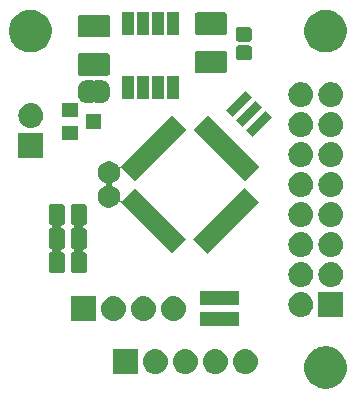
<source format=gbs>
G04 #@! TF.GenerationSoftware,KiCad,Pcbnew,5.0.2+dfsg1-1*
G04 #@! TF.CreationDate,2019-02-22T20:57:12+02:00*
G04 #@! TF.ProjectId,e3634a_oled,65333633-3461-45f6-9f6c-65642e6b6963,A*
G04 #@! TF.SameCoordinates,Original*
G04 #@! TF.FileFunction,Soldermask,Bot*
G04 #@! TF.FilePolarity,Negative*
%FSLAX46Y46*%
G04 Gerber Fmt 4.6, Leading zero omitted, Abs format (unit mm)*
G04 Created by KiCad (PCBNEW 5.0.2+dfsg1-1) date Fri 22 Feb 2019 08:57:12 PM EET*
%MOMM*%
%LPD*%
G01*
G04 APERTURE LIST*
%ADD10C,0.100000*%
G04 APERTURE END LIST*
D10*
G36*
X77909122Y-69246115D02*
X78025041Y-69269173D01*
X78352620Y-69404861D01*
X78390243Y-69430000D01*
X78647436Y-69601851D01*
X78898149Y-69852564D01*
X78898151Y-69852567D01*
X79095139Y-70147380D01*
X79230827Y-70474959D01*
X79300000Y-70822716D01*
X79300000Y-71177284D01*
X79232863Y-71514807D01*
X79230827Y-71525040D01*
X79095140Y-71852618D01*
X78898149Y-72147436D01*
X78647436Y-72398149D01*
X78647433Y-72398151D01*
X78352620Y-72595139D01*
X78025041Y-72730827D01*
X77909122Y-72753885D01*
X77677286Y-72800000D01*
X77322714Y-72800000D01*
X77090878Y-72753885D01*
X76974959Y-72730827D01*
X76647380Y-72595139D01*
X76352567Y-72398151D01*
X76352564Y-72398149D01*
X76101851Y-72147436D01*
X75904860Y-71852618D01*
X75769173Y-71525040D01*
X75767138Y-71514807D01*
X75700000Y-71177284D01*
X75700000Y-70822716D01*
X75769173Y-70474959D01*
X75904861Y-70147380D01*
X76101849Y-69852567D01*
X76101851Y-69852564D01*
X76352564Y-69601851D01*
X76609757Y-69430000D01*
X76647380Y-69404861D01*
X76974959Y-69269173D01*
X77090878Y-69246115D01*
X77322714Y-69200000D01*
X77677286Y-69200000D01*
X77909122Y-69246115D01*
X77909122Y-69246115D01*
G37*
G36*
X70829707Y-69437597D02*
X70906836Y-69445193D01*
X71038787Y-69485220D01*
X71104763Y-69505233D01*
X71287172Y-69602733D01*
X71447054Y-69733946D01*
X71578267Y-69893828D01*
X71675767Y-70076237D01*
X71675767Y-70076238D01*
X71735807Y-70274164D01*
X71756080Y-70480000D01*
X71735807Y-70685836D01*
X71695780Y-70817787D01*
X71675767Y-70883763D01*
X71578267Y-71066172D01*
X71447054Y-71226054D01*
X71287172Y-71357267D01*
X71104763Y-71454767D01*
X71038787Y-71474780D01*
X70906836Y-71514807D01*
X70829707Y-71522404D01*
X70752580Y-71530000D01*
X70649420Y-71530000D01*
X70572293Y-71522404D01*
X70495164Y-71514807D01*
X70363213Y-71474780D01*
X70297237Y-71454767D01*
X70114828Y-71357267D01*
X69954946Y-71226054D01*
X69823733Y-71066172D01*
X69726233Y-70883763D01*
X69706220Y-70817787D01*
X69666193Y-70685836D01*
X69645920Y-70480000D01*
X69666193Y-70274164D01*
X69726233Y-70076238D01*
X69726233Y-70076237D01*
X69823733Y-69893828D01*
X69954946Y-69733946D01*
X70114828Y-69602733D01*
X70297237Y-69505233D01*
X70363213Y-69485220D01*
X70495164Y-69445193D01*
X70572293Y-69437597D01*
X70649420Y-69430000D01*
X70752580Y-69430000D01*
X70829707Y-69437597D01*
X70829707Y-69437597D01*
G37*
G36*
X61591000Y-71530000D02*
X59491000Y-71530000D01*
X59491000Y-69430000D01*
X61591000Y-69430000D01*
X61591000Y-71530000D01*
X61591000Y-71530000D01*
G37*
G36*
X63209707Y-69437597D02*
X63286836Y-69445193D01*
X63418787Y-69485220D01*
X63484763Y-69505233D01*
X63667172Y-69602733D01*
X63827054Y-69733946D01*
X63958267Y-69893828D01*
X64055767Y-70076237D01*
X64055767Y-70076238D01*
X64115807Y-70274164D01*
X64136080Y-70480000D01*
X64115807Y-70685836D01*
X64075780Y-70817787D01*
X64055767Y-70883763D01*
X63958267Y-71066172D01*
X63827054Y-71226054D01*
X63667172Y-71357267D01*
X63484763Y-71454767D01*
X63418787Y-71474780D01*
X63286836Y-71514807D01*
X63209707Y-71522404D01*
X63132580Y-71530000D01*
X63029420Y-71530000D01*
X62952293Y-71522404D01*
X62875164Y-71514807D01*
X62743213Y-71474780D01*
X62677237Y-71454767D01*
X62494828Y-71357267D01*
X62334946Y-71226054D01*
X62203733Y-71066172D01*
X62106233Y-70883763D01*
X62086220Y-70817787D01*
X62046193Y-70685836D01*
X62025920Y-70480000D01*
X62046193Y-70274164D01*
X62106233Y-70076238D01*
X62106233Y-70076237D01*
X62203733Y-69893828D01*
X62334946Y-69733946D01*
X62494828Y-69602733D01*
X62677237Y-69505233D01*
X62743213Y-69485220D01*
X62875164Y-69445193D01*
X62952293Y-69437597D01*
X63029420Y-69430000D01*
X63132580Y-69430000D01*
X63209707Y-69437597D01*
X63209707Y-69437597D01*
G37*
G36*
X68289707Y-69437597D02*
X68366836Y-69445193D01*
X68498787Y-69485220D01*
X68564763Y-69505233D01*
X68747172Y-69602733D01*
X68907054Y-69733946D01*
X69038267Y-69893828D01*
X69135767Y-70076237D01*
X69135767Y-70076238D01*
X69195807Y-70274164D01*
X69216080Y-70480000D01*
X69195807Y-70685836D01*
X69155780Y-70817787D01*
X69135767Y-70883763D01*
X69038267Y-71066172D01*
X68907054Y-71226054D01*
X68747172Y-71357267D01*
X68564763Y-71454767D01*
X68498787Y-71474780D01*
X68366836Y-71514807D01*
X68289707Y-71522404D01*
X68212580Y-71530000D01*
X68109420Y-71530000D01*
X68032293Y-71522404D01*
X67955164Y-71514807D01*
X67823213Y-71474780D01*
X67757237Y-71454767D01*
X67574828Y-71357267D01*
X67414946Y-71226054D01*
X67283733Y-71066172D01*
X67186233Y-70883763D01*
X67166220Y-70817787D01*
X67126193Y-70685836D01*
X67105920Y-70480000D01*
X67126193Y-70274164D01*
X67186233Y-70076238D01*
X67186233Y-70076237D01*
X67283733Y-69893828D01*
X67414946Y-69733946D01*
X67574828Y-69602733D01*
X67757237Y-69505233D01*
X67823213Y-69485220D01*
X67955164Y-69445193D01*
X68032293Y-69437597D01*
X68109420Y-69430000D01*
X68212580Y-69430000D01*
X68289707Y-69437597D01*
X68289707Y-69437597D01*
G37*
G36*
X65749707Y-69437597D02*
X65826836Y-69445193D01*
X65958787Y-69485220D01*
X66024763Y-69505233D01*
X66207172Y-69602733D01*
X66367054Y-69733946D01*
X66498267Y-69893828D01*
X66595767Y-70076237D01*
X66595767Y-70076238D01*
X66655807Y-70274164D01*
X66676080Y-70480000D01*
X66655807Y-70685836D01*
X66615780Y-70817787D01*
X66595767Y-70883763D01*
X66498267Y-71066172D01*
X66367054Y-71226054D01*
X66207172Y-71357267D01*
X66024763Y-71454767D01*
X65958787Y-71474780D01*
X65826836Y-71514807D01*
X65749707Y-71522404D01*
X65672580Y-71530000D01*
X65569420Y-71530000D01*
X65492293Y-71522404D01*
X65415164Y-71514807D01*
X65283213Y-71474780D01*
X65217237Y-71454767D01*
X65034828Y-71357267D01*
X64874946Y-71226054D01*
X64743733Y-71066172D01*
X64646233Y-70883763D01*
X64626220Y-70817787D01*
X64586193Y-70685836D01*
X64565920Y-70480000D01*
X64586193Y-70274164D01*
X64646233Y-70076238D01*
X64646233Y-70076237D01*
X64743733Y-69893828D01*
X64874946Y-69733946D01*
X65034828Y-69602733D01*
X65217237Y-69505233D01*
X65283213Y-69485220D01*
X65415164Y-69445193D01*
X65492293Y-69437597D01*
X65569420Y-69430000D01*
X65672580Y-69430000D01*
X65749707Y-69437597D01*
X65749707Y-69437597D01*
G37*
G36*
X70150000Y-67500000D02*
X66850000Y-67500000D01*
X66850000Y-66300000D01*
X70150000Y-66300000D01*
X70150000Y-67500000D01*
X70150000Y-67500000D01*
G37*
G36*
X62208707Y-64957596D02*
X62285836Y-64965193D01*
X62417787Y-65005220D01*
X62483763Y-65025233D01*
X62666172Y-65122733D01*
X62826054Y-65253946D01*
X62957267Y-65413828D01*
X63054767Y-65596237D01*
X63054767Y-65596238D01*
X63114807Y-65794164D01*
X63135080Y-66000000D01*
X63114807Y-66205836D01*
X63104391Y-66240172D01*
X63054767Y-66403763D01*
X62957267Y-66586172D01*
X62826054Y-66746054D01*
X62666172Y-66877267D01*
X62483763Y-66974767D01*
X62417787Y-66994780D01*
X62285836Y-67034807D01*
X62208707Y-67042404D01*
X62131580Y-67050000D01*
X62028420Y-67050000D01*
X61951293Y-67042404D01*
X61874164Y-67034807D01*
X61742213Y-66994780D01*
X61676237Y-66974767D01*
X61493828Y-66877267D01*
X61333946Y-66746054D01*
X61202733Y-66586172D01*
X61105233Y-66403763D01*
X61055609Y-66240172D01*
X61045193Y-66205836D01*
X61024920Y-66000000D01*
X61045193Y-65794164D01*
X61105233Y-65596238D01*
X61105233Y-65596237D01*
X61202733Y-65413828D01*
X61333946Y-65253946D01*
X61493828Y-65122733D01*
X61676237Y-65025233D01*
X61742213Y-65005220D01*
X61874164Y-64965193D01*
X61951293Y-64957596D01*
X62028420Y-64950000D01*
X62131580Y-64950000D01*
X62208707Y-64957596D01*
X62208707Y-64957596D01*
G37*
G36*
X59668707Y-64957596D02*
X59745836Y-64965193D01*
X59877787Y-65005220D01*
X59943763Y-65025233D01*
X60126172Y-65122733D01*
X60286054Y-65253946D01*
X60417267Y-65413828D01*
X60514767Y-65596237D01*
X60514767Y-65596238D01*
X60574807Y-65794164D01*
X60595080Y-66000000D01*
X60574807Y-66205836D01*
X60564391Y-66240172D01*
X60514767Y-66403763D01*
X60417267Y-66586172D01*
X60286054Y-66746054D01*
X60126172Y-66877267D01*
X59943763Y-66974767D01*
X59877787Y-66994780D01*
X59745836Y-67034807D01*
X59668707Y-67042404D01*
X59591580Y-67050000D01*
X59488420Y-67050000D01*
X59411293Y-67042404D01*
X59334164Y-67034807D01*
X59202213Y-66994780D01*
X59136237Y-66974767D01*
X58953828Y-66877267D01*
X58793946Y-66746054D01*
X58662733Y-66586172D01*
X58565233Y-66403763D01*
X58515609Y-66240172D01*
X58505193Y-66205836D01*
X58484920Y-66000000D01*
X58505193Y-65794164D01*
X58565233Y-65596238D01*
X58565233Y-65596237D01*
X58662733Y-65413828D01*
X58793946Y-65253946D01*
X58953828Y-65122733D01*
X59136237Y-65025233D01*
X59202213Y-65005220D01*
X59334164Y-64965193D01*
X59411293Y-64957596D01*
X59488420Y-64950000D01*
X59591580Y-64950000D01*
X59668707Y-64957596D01*
X59668707Y-64957596D01*
G37*
G36*
X58050000Y-67050000D02*
X55950000Y-67050000D01*
X55950000Y-64950000D01*
X58050000Y-64950000D01*
X58050000Y-67050000D01*
X58050000Y-67050000D01*
G37*
G36*
X64748707Y-64957596D02*
X64825836Y-64965193D01*
X64957787Y-65005220D01*
X65023763Y-65025233D01*
X65206172Y-65122733D01*
X65366054Y-65253946D01*
X65497267Y-65413828D01*
X65594767Y-65596237D01*
X65594767Y-65596238D01*
X65654807Y-65794164D01*
X65675080Y-66000000D01*
X65654807Y-66205836D01*
X65644391Y-66240172D01*
X65594767Y-66403763D01*
X65497267Y-66586172D01*
X65366054Y-66746054D01*
X65206172Y-66877267D01*
X65023763Y-66974767D01*
X64957787Y-66994780D01*
X64825836Y-67034807D01*
X64748707Y-67042404D01*
X64671580Y-67050000D01*
X64568420Y-67050000D01*
X64491293Y-67042404D01*
X64414164Y-67034807D01*
X64282213Y-66994780D01*
X64216237Y-66974767D01*
X64033828Y-66877267D01*
X63873946Y-66746054D01*
X63742733Y-66586172D01*
X63645233Y-66403763D01*
X63595609Y-66240172D01*
X63585193Y-66205836D01*
X63564920Y-66000000D01*
X63585193Y-65794164D01*
X63645233Y-65596238D01*
X63645233Y-65596237D01*
X63742733Y-65413828D01*
X63873946Y-65253946D01*
X64033828Y-65122733D01*
X64216237Y-65025233D01*
X64282213Y-65005220D01*
X64414164Y-64965193D01*
X64491293Y-64957596D01*
X64568420Y-64950000D01*
X64671580Y-64950000D01*
X64748707Y-64957596D01*
X64748707Y-64957596D01*
G37*
G36*
X75528707Y-64611596D02*
X75605836Y-64619193D01*
X75737787Y-64659220D01*
X75803763Y-64679233D01*
X75986172Y-64776733D01*
X76146054Y-64907946D01*
X76277267Y-65067828D01*
X76374767Y-65250237D01*
X76374767Y-65250238D01*
X76434807Y-65448164D01*
X76455080Y-65654000D01*
X76434807Y-65859836D01*
X76394780Y-65991787D01*
X76374767Y-66057763D01*
X76277267Y-66240172D01*
X76146054Y-66400054D01*
X75986172Y-66531267D01*
X75803763Y-66628767D01*
X75737787Y-66648780D01*
X75605836Y-66688807D01*
X75528707Y-66696404D01*
X75451580Y-66704000D01*
X75348420Y-66704000D01*
X75271293Y-66696404D01*
X75194164Y-66688807D01*
X75062213Y-66648780D01*
X74996237Y-66628767D01*
X74813828Y-66531267D01*
X74653946Y-66400054D01*
X74522733Y-66240172D01*
X74425233Y-66057763D01*
X74405220Y-65991787D01*
X74365193Y-65859836D01*
X74344920Y-65654000D01*
X74365193Y-65448164D01*
X74425233Y-65250238D01*
X74425233Y-65250237D01*
X74522733Y-65067828D01*
X74653946Y-64907946D01*
X74813828Y-64776733D01*
X74996237Y-64679233D01*
X75062213Y-64659220D01*
X75194164Y-64619193D01*
X75271293Y-64611596D01*
X75348420Y-64604000D01*
X75451580Y-64604000D01*
X75528707Y-64611596D01*
X75528707Y-64611596D01*
G37*
G36*
X78990000Y-66704000D02*
X76890000Y-66704000D01*
X76890000Y-64604000D01*
X78990000Y-64604000D01*
X78990000Y-66704000D01*
X78990000Y-66704000D01*
G37*
G36*
X70150000Y-65700000D02*
X66850000Y-65700000D01*
X66850000Y-64500000D01*
X70150000Y-64500000D01*
X70150000Y-65700000D01*
X70150000Y-65700000D01*
G37*
G36*
X78068707Y-62071596D02*
X78145836Y-62079193D01*
X78277787Y-62119220D01*
X78343763Y-62139233D01*
X78526172Y-62236733D01*
X78686054Y-62367946D01*
X78817267Y-62527828D01*
X78914767Y-62710237D01*
X78933350Y-62771497D01*
X78974807Y-62908164D01*
X78995080Y-63114000D01*
X78974807Y-63319836D01*
X78934780Y-63451787D01*
X78914767Y-63517763D01*
X78817267Y-63700172D01*
X78686054Y-63860054D01*
X78526172Y-63991267D01*
X78343763Y-64088767D01*
X78277787Y-64108780D01*
X78145836Y-64148807D01*
X78068707Y-64156404D01*
X77991580Y-64164000D01*
X77888420Y-64164000D01*
X77811293Y-64156404D01*
X77734164Y-64148807D01*
X77602213Y-64108780D01*
X77536237Y-64088767D01*
X77353828Y-63991267D01*
X77193946Y-63860054D01*
X77062733Y-63700172D01*
X76965233Y-63517763D01*
X76945220Y-63451787D01*
X76905193Y-63319836D01*
X76884920Y-63114000D01*
X76905193Y-62908164D01*
X76946650Y-62771497D01*
X76965233Y-62710237D01*
X77062733Y-62527828D01*
X77193946Y-62367946D01*
X77353828Y-62236733D01*
X77536237Y-62139233D01*
X77602213Y-62119220D01*
X77734164Y-62079193D01*
X77811293Y-62071596D01*
X77888420Y-62064000D01*
X77991580Y-62064000D01*
X78068707Y-62071596D01*
X78068707Y-62071596D01*
G37*
G36*
X75528707Y-62071596D02*
X75605836Y-62079193D01*
X75737787Y-62119220D01*
X75803763Y-62139233D01*
X75986172Y-62236733D01*
X76146054Y-62367946D01*
X76277267Y-62527828D01*
X76374767Y-62710237D01*
X76393350Y-62771497D01*
X76434807Y-62908164D01*
X76455080Y-63114000D01*
X76434807Y-63319836D01*
X76394780Y-63451787D01*
X76374767Y-63517763D01*
X76277267Y-63700172D01*
X76146054Y-63860054D01*
X75986172Y-63991267D01*
X75803763Y-64088767D01*
X75737787Y-64108780D01*
X75605836Y-64148807D01*
X75528707Y-64156404D01*
X75451580Y-64164000D01*
X75348420Y-64164000D01*
X75271293Y-64156404D01*
X75194164Y-64148807D01*
X75062213Y-64108780D01*
X74996237Y-64088767D01*
X74813828Y-63991267D01*
X74653946Y-63860054D01*
X74522733Y-63700172D01*
X74425233Y-63517763D01*
X74405220Y-63451787D01*
X74365193Y-63319836D01*
X74344920Y-63114000D01*
X74365193Y-62908164D01*
X74406650Y-62771497D01*
X74425233Y-62710237D01*
X74522733Y-62527828D01*
X74653946Y-62367946D01*
X74813828Y-62236733D01*
X74996237Y-62139233D01*
X75062213Y-62119220D01*
X75194164Y-62079193D01*
X75271293Y-62071596D01*
X75348420Y-62064000D01*
X75451580Y-62064000D01*
X75528707Y-62071596D01*
X75528707Y-62071596D01*
G37*
G36*
X57064997Y-57139997D02*
X57117653Y-57155970D01*
X57166165Y-57181900D01*
X57208696Y-57216804D01*
X57243600Y-57259335D01*
X57269530Y-57307847D01*
X57285503Y-57360503D01*
X57291500Y-57421390D01*
X57291500Y-58646610D01*
X57285503Y-58707497D01*
X57269530Y-58760153D01*
X57243600Y-58808665D01*
X57208696Y-58851196D01*
X57166165Y-58886100D01*
X57117652Y-58912031D01*
X57057156Y-58930382D01*
X57034517Y-58939760D01*
X57014142Y-58953374D01*
X56996815Y-58970701D01*
X56983201Y-58991075D01*
X56973823Y-59013714D01*
X56969043Y-59037748D01*
X56969043Y-59062252D01*
X56973823Y-59086285D01*
X56983201Y-59108924D01*
X56996815Y-59129299D01*
X57014142Y-59146626D01*
X57034516Y-59160240D01*
X57057156Y-59169618D01*
X57117652Y-59187969D01*
X57166165Y-59213900D01*
X57208696Y-59248804D01*
X57243600Y-59291335D01*
X57269530Y-59339847D01*
X57285503Y-59392503D01*
X57291500Y-59453390D01*
X57291500Y-60678610D01*
X57285503Y-60739497D01*
X57269530Y-60792153D01*
X57243600Y-60840665D01*
X57208696Y-60883196D01*
X57166165Y-60918100D01*
X57117652Y-60944031D01*
X57057156Y-60962382D01*
X57034517Y-60971760D01*
X57014142Y-60985374D01*
X56996815Y-61002701D01*
X56983201Y-61023075D01*
X56973823Y-61045714D01*
X56969043Y-61069748D01*
X56969043Y-61094252D01*
X56973823Y-61118285D01*
X56983201Y-61140924D01*
X56996815Y-61161299D01*
X57014142Y-61178626D01*
X57034516Y-61192240D01*
X57057156Y-61201618D01*
X57117652Y-61219969D01*
X57166165Y-61245900D01*
X57208696Y-61280804D01*
X57243600Y-61323335D01*
X57269530Y-61371847D01*
X57285503Y-61424503D01*
X57291500Y-61485390D01*
X57291500Y-62710610D01*
X57285503Y-62771497D01*
X57269530Y-62824153D01*
X57243600Y-62872665D01*
X57208696Y-62915196D01*
X57166165Y-62950100D01*
X57117653Y-62976030D01*
X57064997Y-62992003D01*
X57004110Y-62998000D01*
X56203890Y-62998000D01*
X56143003Y-62992003D01*
X56090347Y-62976030D01*
X56041835Y-62950100D01*
X55999304Y-62915196D01*
X55964400Y-62872665D01*
X55938470Y-62824153D01*
X55922497Y-62771497D01*
X55916500Y-62710610D01*
X55916500Y-61485390D01*
X55922497Y-61424503D01*
X55938470Y-61371847D01*
X55964400Y-61323335D01*
X55999304Y-61280804D01*
X56041835Y-61245900D01*
X56090348Y-61219969D01*
X56150844Y-61201618D01*
X56173483Y-61192240D01*
X56193858Y-61178626D01*
X56211185Y-61161299D01*
X56224799Y-61140925D01*
X56234177Y-61118286D01*
X56238957Y-61094252D01*
X56238957Y-61069748D01*
X56234177Y-61045715D01*
X56224799Y-61023076D01*
X56211185Y-61002701D01*
X56193858Y-60985374D01*
X56173484Y-60971760D01*
X56150844Y-60962382D01*
X56090348Y-60944031D01*
X56041835Y-60918100D01*
X55999304Y-60883196D01*
X55964400Y-60840665D01*
X55938470Y-60792153D01*
X55922497Y-60739497D01*
X55916500Y-60678610D01*
X55916500Y-59453390D01*
X55922497Y-59392503D01*
X55938470Y-59339847D01*
X55964400Y-59291335D01*
X55999304Y-59248804D01*
X56041835Y-59213900D01*
X56090348Y-59187969D01*
X56150844Y-59169618D01*
X56173483Y-59160240D01*
X56193858Y-59146626D01*
X56211185Y-59129299D01*
X56224799Y-59108925D01*
X56234177Y-59086286D01*
X56238957Y-59062252D01*
X56238957Y-59037748D01*
X56234177Y-59013715D01*
X56224799Y-58991076D01*
X56211185Y-58970701D01*
X56193858Y-58953374D01*
X56173484Y-58939760D01*
X56150844Y-58930382D01*
X56090348Y-58912031D01*
X56041835Y-58886100D01*
X55999304Y-58851196D01*
X55964400Y-58808665D01*
X55938470Y-58760153D01*
X55922497Y-58707497D01*
X55916500Y-58646610D01*
X55916500Y-57421390D01*
X55922497Y-57360503D01*
X55938470Y-57307847D01*
X55964400Y-57259335D01*
X55999304Y-57216804D01*
X56041835Y-57181900D01*
X56090347Y-57155970D01*
X56143003Y-57139997D01*
X56203890Y-57134000D01*
X57004110Y-57134000D01*
X57064997Y-57139997D01*
X57064997Y-57139997D01*
G37*
G36*
X55189997Y-57139997D02*
X55242653Y-57155970D01*
X55291165Y-57181900D01*
X55333696Y-57216804D01*
X55368600Y-57259335D01*
X55394530Y-57307847D01*
X55410503Y-57360503D01*
X55416500Y-57421390D01*
X55416500Y-58646610D01*
X55410503Y-58707497D01*
X55394530Y-58760153D01*
X55368600Y-58808665D01*
X55333696Y-58851196D01*
X55291165Y-58886100D01*
X55242652Y-58912031D01*
X55182155Y-58930382D01*
X55159516Y-58939760D01*
X55139141Y-58953373D01*
X55121814Y-58970700D01*
X55108200Y-58991075D01*
X55098823Y-59013714D01*
X55094042Y-59037747D01*
X55094042Y-59062252D01*
X55098822Y-59086285D01*
X55108200Y-59108924D01*
X55121813Y-59129299D01*
X55139140Y-59146626D01*
X55159515Y-59160240D01*
X55182154Y-59169617D01*
X55242646Y-59187967D01*
X55291163Y-59213900D01*
X55333694Y-59248804D01*
X55368598Y-59291335D01*
X55394528Y-59339847D01*
X55410501Y-59392503D01*
X55416498Y-59453390D01*
X55416498Y-60678610D01*
X55410501Y-60739497D01*
X55394528Y-60792153D01*
X55368598Y-60840665D01*
X55333694Y-60883196D01*
X55291163Y-60918100D01*
X55242646Y-60944033D01*
X55182154Y-60962383D01*
X55159515Y-60971760D01*
X55139141Y-60985374D01*
X55121813Y-61002701D01*
X55108200Y-61023076D01*
X55098822Y-61045715D01*
X55094042Y-61069748D01*
X55094042Y-61094252D01*
X55098823Y-61118286D01*
X55108200Y-61140925D01*
X55121814Y-61161299D01*
X55139141Y-61178627D01*
X55159516Y-61192240D01*
X55182155Y-61201618D01*
X55242652Y-61219969D01*
X55291165Y-61245900D01*
X55333696Y-61280804D01*
X55368600Y-61323335D01*
X55394530Y-61371847D01*
X55410503Y-61424503D01*
X55416500Y-61485390D01*
X55416500Y-62710610D01*
X55410503Y-62771497D01*
X55394530Y-62824153D01*
X55368600Y-62872665D01*
X55333696Y-62915196D01*
X55291165Y-62950100D01*
X55242653Y-62976030D01*
X55189997Y-62992003D01*
X55129110Y-62998000D01*
X54328890Y-62998000D01*
X54268003Y-62992003D01*
X54215347Y-62976030D01*
X54166835Y-62950100D01*
X54124304Y-62915196D01*
X54089400Y-62872665D01*
X54063470Y-62824153D01*
X54047497Y-62771497D01*
X54041500Y-62710610D01*
X54041500Y-61485390D01*
X54047497Y-61424503D01*
X54063470Y-61371847D01*
X54089400Y-61323335D01*
X54124304Y-61280804D01*
X54166835Y-61245900D01*
X54215352Y-61219967D01*
X54275844Y-61201617D01*
X54298483Y-61192240D01*
X54318857Y-61178626D01*
X54336185Y-61161299D01*
X54349798Y-61140924D01*
X54359176Y-61118285D01*
X54363956Y-61094252D01*
X54363956Y-61069748D01*
X54359175Y-61045714D01*
X54349798Y-61023075D01*
X54336184Y-61002701D01*
X54318857Y-60985373D01*
X54298482Y-60971760D01*
X54275843Y-60962382D01*
X54215346Y-60944031D01*
X54166833Y-60918100D01*
X54124302Y-60883196D01*
X54089398Y-60840665D01*
X54063468Y-60792153D01*
X54047495Y-60739497D01*
X54041498Y-60678610D01*
X54041498Y-59453390D01*
X54047495Y-59392503D01*
X54063468Y-59339847D01*
X54089398Y-59291335D01*
X54124302Y-59248804D01*
X54166833Y-59213900D01*
X54215346Y-59187969D01*
X54275843Y-59169618D01*
X54298482Y-59160240D01*
X54318857Y-59146627D01*
X54336184Y-59129300D01*
X54349798Y-59108925D01*
X54359175Y-59086286D01*
X54363956Y-59062253D01*
X54363956Y-59037748D01*
X54359176Y-59013715D01*
X54349798Y-58991076D01*
X54336185Y-58970701D01*
X54318858Y-58953374D01*
X54298483Y-58939760D01*
X54275844Y-58930383D01*
X54215352Y-58912033D01*
X54166835Y-58886100D01*
X54124304Y-58851196D01*
X54089400Y-58808665D01*
X54063470Y-58760153D01*
X54047497Y-58707497D01*
X54041500Y-58646610D01*
X54041500Y-57421390D01*
X54047497Y-57360503D01*
X54063470Y-57307847D01*
X54089400Y-57259335D01*
X54124304Y-57216804D01*
X54166835Y-57181900D01*
X54215347Y-57155970D01*
X54268003Y-57139997D01*
X54328890Y-57134000D01*
X55129110Y-57134000D01*
X55189997Y-57139997D01*
X55189997Y-57139997D01*
G37*
G36*
X78068707Y-59531596D02*
X78145836Y-59539193D01*
X78277787Y-59579220D01*
X78343763Y-59599233D01*
X78526172Y-59696733D01*
X78686054Y-59827946D01*
X78817267Y-59987828D01*
X78914767Y-60170237D01*
X78914767Y-60170238D01*
X78974807Y-60368164D01*
X78995080Y-60574000D01*
X78974807Y-60779836D01*
X78948876Y-60865318D01*
X78914767Y-60977763D01*
X78817267Y-61160172D01*
X78686054Y-61320054D01*
X78526172Y-61451267D01*
X78343763Y-61548767D01*
X78277787Y-61568780D01*
X78145836Y-61608807D01*
X78068707Y-61616404D01*
X77991580Y-61624000D01*
X77888420Y-61624000D01*
X77811293Y-61616404D01*
X77734164Y-61608807D01*
X77602213Y-61568780D01*
X77536237Y-61548767D01*
X77353828Y-61451267D01*
X77193946Y-61320054D01*
X77062733Y-61160172D01*
X76965233Y-60977763D01*
X76931124Y-60865318D01*
X76905193Y-60779836D01*
X76884920Y-60574000D01*
X76905193Y-60368164D01*
X76965233Y-60170238D01*
X76965233Y-60170237D01*
X77062733Y-59987828D01*
X77193946Y-59827946D01*
X77353828Y-59696733D01*
X77536237Y-59599233D01*
X77602213Y-59579220D01*
X77734164Y-59539193D01*
X77811293Y-59531596D01*
X77888420Y-59524000D01*
X77991580Y-59524000D01*
X78068707Y-59531596D01*
X78068707Y-59531596D01*
G37*
G36*
X75528707Y-59531596D02*
X75605836Y-59539193D01*
X75737787Y-59579220D01*
X75803763Y-59599233D01*
X75986172Y-59696733D01*
X76146054Y-59827946D01*
X76277267Y-59987828D01*
X76374767Y-60170237D01*
X76374767Y-60170238D01*
X76434807Y-60368164D01*
X76455080Y-60574000D01*
X76434807Y-60779836D01*
X76408876Y-60865318D01*
X76374767Y-60977763D01*
X76277267Y-61160172D01*
X76146054Y-61320054D01*
X75986172Y-61451267D01*
X75803763Y-61548767D01*
X75737787Y-61568780D01*
X75605836Y-61608807D01*
X75528707Y-61616404D01*
X75451580Y-61624000D01*
X75348420Y-61624000D01*
X75271293Y-61616404D01*
X75194164Y-61608807D01*
X75062213Y-61568780D01*
X74996237Y-61548767D01*
X74813828Y-61451267D01*
X74653946Y-61320054D01*
X74522733Y-61160172D01*
X74425233Y-60977763D01*
X74391124Y-60865318D01*
X74365193Y-60779836D01*
X74344920Y-60574000D01*
X74365193Y-60368164D01*
X74425233Y-60170238D01*
X74425233Y-60170237D01*
X74522733Y-59987828D01*
X74653946Y-59827946D01*
X74813828Y-59696733D01*
X74996237Y-59599233D01*
X75062213Y-59579220D01*
X75194164Y-59539193D01*
X75271293Y-59531596D01*
X75348420Y-59524000D01*
X75451580Y-59524000D01*
X75528707Y-59531596D01*
X75528707Y-59531596D01*
G37*
G36*
X71851309Y-57002602D02*
X67502602Y-61351309D01*
X66300520Y-60149227D01*
X70649227Y-55800520D01*
X71851309Y-57002602D01*
X71851309Y-57002602D01*
G37*
G36*
X65699480Y-50850773D02*
X61350773Y-55199480D01*
X60275695Y-54124402D01*
X60256753Y-54108856D01*
X60235142Y-54097305D01*
X60211693Y-54090192D01*
X60187307Y-54087790D01*
X60162921Y-54090192D01*
X60139472Y-54097305D01*
X60117861Y-54108856D01*
X60098919Y-54124402D01*
X60083373Y-54143344D01*
X60071822Y-54164955D01*
X60064709Y-54188404D01*
X60062307Y-54212790D01*
X60064709Y-54237176D01*
X60094000Y-54384433D01*
X60094000Y-54571567D01*
X60057492Y-54755105D01*
X59985879Y-54927994D01*
X59881913Y-55083590D01*
X59749590Y-55215913D01*
X59593994Y-55319879D01*
X59452424Y-55378519D01*
X59430822Y-55390066D01*
X59411880Y-55405612D01*
X59396334Y-55424554D01*
X59384783Y-55446165D01*
X59377670Y-55469614D01*
X59375268Y-55494000D01*
X59377670Y-55518386D01*
X59384783Y-55541836D01*
X59396334Y-55563446D01*
X59411880Y-55582388D01*
X59430822Y-55597934D01*
X59452424Y-55609481D01*
X59593994Y-55668121D01*
X59749590Y-55772087D01*
X59881913Y-55904410D01*
X59985879Y-56060006D01*
X60057492Y-56232895D01*
X60062911Y-56260140D01*
X60094000Y-56416432D01*
X60094000Y-56603568D01*
X60061729Y-56765804D01*
X60059327Y-56790190D01*
X60061729Y-56814576D01*
X60068842Y-56838025D01*
X60080393Y-56859636D01*
X60095939Y-56878578D01*
X60114881Y-56894124D01*
X60136491Y-56905675D01*
X60159941Y-56912788D01*
X60184327Y-56915190D01*
X60208713Y-56912788D01*
X60232162Y-56905675D01*
X60253773Y-56894124D01*
X60272715Y-56878578D01*
X61350773Y-55800520D01*
X65699480Y-60149227D01*
X64497398Y-61351309D01*
X60141727Y-56995638D01*
X60122785Y-56980092D01*
X60101174Y-56968541D01*
X60077725Y-56961428D01*
X60053339Y-56959026D01*
X60028953Y-56961428D01*
X60005504Y-56968541D01*
X59983893Y-56980092D01*
X59964951Y-56995638D01*
X59949409Y-57014575D01*
X59881913Y-57115590D01*
X59749590Y-57247913D01*
X59593994Y-57351879D01*
X59421105Y-57423492D01*
X59283452Y-57450873D01*
X59237568Y-57460000D01*
X59050432Y-57460000D01*
X59004548Y-57450873D01*
X58866895Y-57423492D01*
X58694006Y-57351879D01*
X58538410Y-57247913D01*
X58406087Y-57115590D01*
X58302121Y-56959994D01*
X58230508Y-56787105D01*
X58194000Y-56603567D01*
X58194000Y-56416433D01*
X58230508Y-56232895D01*
X58302121Y-56060006D01*
X58406087Y-55904410D01*
X58538410Y-55772087D01*
X58694006Y-55668121D01*
X58835576Y-55609481D01*
X58857178Y-55597934D01*
X58876120Y-55582388D01*
X58891666Y-55563446D01*
X58903217Y-55541835D01*
X58910330Y-55518386D01*
X58912732Y-55494000D01*
X58910330Y-55469614D01*
X58903217Y-55446164D01*
X58891666Y-55424554D01*
X58876120Y-55405612D01*
X58857178Y-55390066D01*
X58835576Y-55378519D01*
X58694006Y-55319879D01*
X58538410Y-55215913D01*
X58406087Y-55083590D01*
X58302121Y-54927994D01*
X58230508Y-54755105D01*
X58194000Y-54571567D01*
X58194000Y-54384433D01*
X58230508Y-54200895D01*
X58302121Y-54028006D01*
X58406087Y-53872410D01*
X58538410Y-53740087D01*
X58694006Y-53636121D01*
X58866895Y-53564508D01*
X59004549Y-53537127D01*
X59050432Y-53528000D01*
X59237568Y-53528000D01*
X59283451Y-53537127D01*
X59421105Y-53564508D01*
X59593994Y-53636121D01*
X59749590Y-53740087D01*
X59881913Y-53872410D01*
X59954220Y-53980625D01*
X59969756Y-53999556D01*
X59988698Y-54015101D01*
X60010309Y-54026653D01*
X60033758Y-54033766D01*
X60058144Y-54036168D01*
X60082531Y-54033766D01*
X60105980Y-54026653D01*
X60127591Y-54015102D01*
X60146533Y-53999556D01*
X64497398Y-49648691D01*
X65699480Y-50850773D01*
X65699480Y-50850773D01*
G37*
G36*
X75528707Y-56991597D02*
X75605836Y-56999193D01*
X75737787Y-57039220D01*
X75803763Y-57059233D01*
X75986172Y-57156733D01*
X76146054Y-57287946D01*
X76277267Y-57447828D01*
X76374767Y-57630237D01*
X76374767Y-57630238D01*
X76434807Y-57828164D01*
X76455080Y-58034000D01*
X76434807Y-58239836D01*
X76424020Y-58275395D01*
X76374767Y-58437763D01*
X76277267Y-58620172D01*
X76146054Y-58780054D01*
X75986172Y-58911267D01*
X75803763Y-59008767D01*
X75787451Y-59013715D01*
X75605836Y-59068807D01*
X75528707Y-59076403D01*
X75451580Y-59084000D01*
X75348420Y-59084000D01*
X75271293Y-59076403D01*
X75194164Y-59068807D01*
X75012549Y-59013715D01*
X74996237Y-59008767D01*
X74813828Y-58911267D01*
X74653946Y-58780054D01*
X74522733Y-58620172D01*
X74425233Y-58437763D01*
X74375980Y-58275395D01*
X74365193Y-58239836D01*
X74344920Y-58034000D01*
X74365193Y-57828164D01*
X74425233Y-57630238D01*
X74425233Y-57630237D01*
X74522733Y-57447828D01*
X74653946Y-57287946D01*
X74813828Y-57156733D01*
X74996237Y-57059233D01*
X75062213Y-57039220D01*
X75194164Y-56999193D01*
X75271293Y-56991597D01*
X75348420Y-56984000D01*
X75451580Y-56984000D01*
X75528707Y-56991597D01*
X75528707Y-56991597D01*
G37*
G36*
X78068707Y-56991597D02*
X78145836Y-56999193D01*
X78277787Y-57039220D01*
X78343763Y-57059233D01*
X78526172Y-57156733D01*
X78686054Y-57287946D01*
X78817267Y-57447828D01*
X78914767Y-57630237D01*
X78914767Y-57630238D01*
X78974807Y-57828164D01*
X78995080Y-58034000D01*
X78974807Y-58239836D01*
X78964020Y-58275395D01*
X78914767Y-58437763D01*
X78817267Y-58620172D01*
X78686054Y-58780054D01*
X78526172Y-58911267D01*
X78343763Y-59008767D01*
X78327451Y-59013715D01*
X78145836Y-59068807D01*
X78068707Y-59076403D01*
X77991580Y-59084000D01*
X77888420Y-59084000D01*
X77811293Y-59076403D01*
X77734164Y-59068807D01*
X77552549Y-59013715D01*
X77536237Y-59008767D01*
X77353828Y-58911267D01*
X77193946Y-58780054D01*
X77062733Y-58620172D01*
X76965233Y-58437763D01*
X76915980Y-58275395D01*
X76905193Y-58239836D01*
X76884920Y-58034000D01*
X76905193Y-57828164D01*
X76965233Y-57630238D01*
X76965233Y-57630237D01*
X77062733Y-57447828D01*
X77193946Y-57287946D01*
X77353828Y-57156733D01*
X77536237Y-57059233D01*
X77602213Y-57039220D01*
X77734164Y-56999193D01*
X77811293Y-56991597D01*
X77888420Y-56984000D01*
X77991580Y-56984000D01*
X78068707Y-56991597D01*
X78068707Y-56991597D01*
G37*
G36*
X78068707Y-54451596D02*
X78145836Y-54459193D01*
X78255213Y-54492372D01*
X78343763Y-54519233D01*
X78526172Y-54616733D01*
X78686054Y-54747946D01*
X78817267Y-54907828D01*
X78914767Y-55090237D01*
X78914767Y-55090238D01*
X78974807Y-55288164D01*
X78995080Y-55494000D01*
X78974807Y-55699836D01*
X78934780Y-55831787D01*
X78914767Y-55897763D01*
X78817267Y-56080172D01*
X78686054Y-56240054D01*
X78526172Y-56371267D01*
X78343763Y-56468767D01*
X78277787Y-56488780D01*
X78145836Y-56528807D01*
X78068707Y-56536403D01*
X77991580Y-56544000D01*
X77888420Y-56544000D01*
X77811293Y-56536403D01*
X77734164Y-56528807D01*
X77602213Y-56488780D01*
X77536237Y-56468767D01*
X77353828Y-56371267D01*
X77193946Y-56240054D01*
X77062733Y-56080172D01*
X76965233Y-55897763D01*
X76945220Y-55831787D01*
X76905193Y-55699836D01*
X76884920Y-55494000D01*
X76905193Y-55288164D01*
X76965233Y-55090238D01*
X76965233Y-55090237D01*
X77062733Y-54907828D01*
X77193946Y-54747946D01*
X77353828Y-54616733D01*
X77536237Y-54519233D01*
X77624787Y-54492372D01*
X77734164Y-54459193D01*
X77811293Y-54451596D01*
X77888420Y-54444000D01*
X77991580Y-54444000D01*
X78068707Y-54451596D01*
X78068707Y-54451596D01*
G37*
G36*
X75528707Y-54451596D02*
X75605836Y-54459193D01*
X75715213Y-54492372D01*
X75803763Y-54519233D01*
X75986172Y-54616733D01*
X76146054Y-54747946D01*
X76277267Y-54907828D01*
X76374767Y-55090237D01*
X76374767Y-55090238D01*
X76434807Y-55288164D01*
X76455080Y-55494000D01*
X76434807Y-55699836D01*
X76394780Y-55831787D01*
X76374767Y-55897763D01*
X76277267Y-56080172D01*
X76146054Y-56240054D01*
X75986172Y-56371267D01*
X75803763Y-56468767D01*
X75737787Y-56488780D01*
X75605836Y-56528807D01*
X75528707Y-56536403D01*
X75451580Y-56544000D01*
X75348420Y-56544000D01*
X75271293Y-56536403D01*
X75194164Y-56528807D01*
X75062213Y-56488780D01*
X74996237Y-56468767D01*
X74813828Y-56371267D01*
X74653946Y-56240054D01*
X74522733Y-56080172D01*
X74425233Y-55897763D01*
X74405220Y-55831787D01*
X74365193Y-55699836D01*
X74344920Y-55494000D01*
X74365193Y-55288164D01*
X74425233Y-55090238D01*
X74425233Y-55090237D01*
X74522733Y-54907828D01*
X74653946Y-54747946D01*
X74813828Y-54616733D01*
X74996237Y-54519233D01*
X75084787Y-54492372D01*
X75194164Y-54459193D01*
X75271293Y-54451596D01*
X75348420Y-54444000D01*
X75451580Y-54444000D01*
X75528707Y-54451596D01*
X75528707Y-54451596D01*
G37*
G36*
X71851309Y-53997398D02*
X70649227Y-55199480D01*
X66300520Y-50850773D01*
X67502602Y-49648691D01*
X71851309Y-53997398D01*
X71851309Y-53997398D01*
G37*
G36*
X75527047Y-51911433D02*
X75605836Y-51919193D01*
X75737787Y-51959220D01*
X75803763Y-51979233D01*
X75986172Y-52076733D01*
X76146054Y-52207946D01*
X76277267Y-52367828D01*
X76374767Y-52550237D01*
X76374767Y-52550238D01*
X76434807Y-52748164D01*
X76455080Y-52954000D01*
X76434807Y-53159836D01*
X76427408Y-53184226D01*
X76374767Y-53357763D01*
X76277267Y-53540172D01*
X76146054Y-53700054D01*
X75986172Y-53831267D01*
X75803763Y-53928767D01*
X75737787Y-53948780D01*
X75605836Y-53988807D01*
X75528707Y-53996403D01*
X75451580Y-54004000D01*
X75348420Y-54004000D01*
X75271293Y-53996403D01*
X75194164Y-53988807D01*
X75062213Y-53948780D01*
X74996237Y-53928767D01*
X74813828Y-53831267D01*
X74653946Y-53700054D01*
X74522733Y-53540172D01*
X74425233Y-53357763D01*
X74372592Y-53184226D01*
X74365193Y-53159836D01*
X74344920Y-52954000D01*
X74365193Y-52748164D01*
X74425233Y-52550238D01*
X74425233Y-52550237D01*
X74522733Y-52367828D01*
X74653946Y-52207946D01*
X74813828Y-52076733D01*
X74996237Y-51979233D01*
X75062213Y-51959220D01*
X75194164Y-51919193D01*
X75272953Y-51911433D01*
X75348420Y-51904000D01*
X75451580Y-51904000D01*
X75527047Y-51911433D01*
X75527047Y-51911433D01*
G37*
G36*
X78067047Y-51911433D02*
X78145836Y-51919193D01*
X78277787Y-51959220D01*
X78343763Y-51979233D01*
X78526172Y-52076733D01*
X78686054Y-52207946D01*
X78817267Y-52367828D01*
X78914767Y-52550237D01*
X78914767Y-52550238D01*
X78974807Y-52748164D01*
X78995080Y-52954000D01*
X78974807Y-53159836D01*
X78967408Y-53184226D01*
X78914767Y-53357763D01*
X78817267Y-53540172D01*
X78686054Y-53700054D01*
X78526172Y-53831267D01*
X78343763Y-53928767D01*
X78277787Y-53948780D01*
X78145836Y-53988807D01*
X78068707Y-53996403D01*
X77991580Y-54004000D01*
X77888420Y-54004000D01*
X77811293Y-53996403D01*
X77734164Y-53988807D01*
X77602213Y-53948780D01*
X77536237Y-53928767D01*
X77353828Y-53831267D01*
X77193946Y-53700054D01*
X77062733Y-53540172D01*
X76965233Y-53357763D01*
X76912592Y-53184226D01*
X76905193Y-53159836D01*
X76884920Y-52954000D01*
X76905193Y-52748164D01*
X76965233Y-52550238D01*
X76965233Y-52550237D01*
X77062733Y-52367828D01*
X77193946Y-52207946D01*
X77353828Y-52076733D01*
X77536237Y-51979233D01*
X77602213Y-51959220D01*
X77734164Y-51919193D01*
X77812953Y-51911433D01*
X77888420Y-51904000D01*
X77991580Y-51904000D01*
X78067047Y-51911433D01*
X78067047Y-51911433D01*
G37*
G36*
X53590000Y-53242000D02*
X51490000Y-53242000D01*
X51490000Y-51142000D01*
X53590000Y-51142000D01*
X53590000Y-53242000D01*
X53590000Y-53242000D01*
G37*
G36*
X56508000Y-51710000D02*
X55208000Y-51710000D01*
X55208000Y-50510000D01*
X56508000Y-50510000D01*
X56508000Y-51710000D01*
X56508000Y-51710000D01*
G37*
G36*
X78068707Y-49371597D02*
X78145836Y-49379193D01*
X78277787Y-49419220D01*
X78343763Y-49439233D01*
X78526172Y-49536733D01*
X78686054Y-49667946D01*
X78817267Y-49827828D01*
X78914767Y-50010237D01*
X78914767Y-50010238D01*
X78974807Y-50208164D01*
X78995080Y-50414000D01*
X78974807Y-50619836D01*
X78949883Y-50702000D01*
X78914767Y-50817763D01*
X78817267Y-51000172D01*
X78686054Y-51160054D01*
X78526172Y-51291267D01*
X78343763Y-51388767D01*
X78277787Y-51408780D01*
X78145836Y-51448807D01*
X78068707Y-51456404D01*
X77991580Y-51464000D01*
X77888420Y-51464000D01*
X77811293Y-51456403D01*
X77734164Y-51448807D01*
X77602213Y-51408780D01*
X77536237Y-51388767D01*
X77353828Y-51291267D01*
X77193946Y-51160054D01*
X77062733Y-51000172D01*
X76965233Y-50817763D01*
X76930117Y-50702000D01*
X76905193Y-50619836D01*
X76884920Y-50414000D01*
X76905193Y-50208164D01*
X76965233Y-50010238D01*
X76965233Y-50010237D01*
X77062733Y-49827828D01*
X77193946Y-49667946D01*
X77353828Y-49536733D01*
X77536237Y-49439233D01*
X77602213Y-49419220D01*
X77734164Y-49379193D01*
X77811293Y-49371596D01*
X77888420Y-49364000D01*
X77991580Y-49364000D01*
X78068707Y-49371597D01*
X78068707Y-49371597D01*
G37*
G36*
X75528707Y-49371597D02*
X75605836Y-49379193D01*
X75737787Y-49419220D01*
X75803763Y-49439233D01*
X75986172Y-49536733D01*
X76146054Y-49667946D01*
X76277267Y-49827828D01*
X76374767Y-50010237D01*
X76374767Y-50010238D01*
X76434807Y-50208164D01*
X76455080Y-50414000D01*
X76434807Y-50619836D01*
X76409883Y-50702000D01*
X76374767Y-50817763D01*
X76277267Y-51000172D01*
X76146054Y-51160054D01*
X75986172Y-51291267D01*
X75803763Y-51388767D01*
X75737787Y-51408780D01*
X75605836Y-51448807D01*
X75528707Y-51456404D01*
X75451580Y-51464000D01*
X75348420Y-51464000D01*
X75271293Y-51456403D01*
X75194164Y-51448807D01*
X75062213Y-51408780D01*
X74996237Y-51388767D01*
X74813828Y-51291267D01*
X74653946Y-51160054D01*
X74522733Y-51000172D01*
X74425233Y-50817763D01*
X74390117Y-50702000D01*
X74365193Y-50619836D01*
X74344920Y-50414000D01*
X74365193Y-50208164D01*
X74425233Y-50010238D01*
X74425233Y-50010237D01*
X74522733Y-49827828D01*
X74653946Y-49667946D01*
X74813828Y-49536733D01*
X74996237Y-49439233D01*
X75062213Y-49419220D01*
X75194164Y-49379193D01*
X75271293Y-49371596D01*
X75348420Y-49364000D01*
X75451580Y-49364000D01*
X75528707Y-49371597D01*
X75528707Y-49371597D01*
G37*
G36*
X72944544Y-49818198D02*
X71318198Y-51444544D01*
X70752512Y-50878858D01*
X72378858Y-49252512D01*
X72944544Y-49818198D01*
X72944544Y-49818198D01*
G37*
G36*
X58508000Y-50760000D02*
X57208000Y-50760000D01*
X57208000Y-49560000D01*
X58508000Y-49560000D01*
X58508000Y-50760000D01*
X58508000Y-50760000D01*
G37*
G36*
X52668707Y-48609597D02*
X52745836Y-48617193D01*
X52877787Y-48657220D01*
X52943763Y-48677233D01*
X53126172Y-48774733D01*
X53286054Y-48905946D01*
X53417267Y-49065828D01*
X53514767Y-49248237D01*
X53534780Y-49314213D01*
X53574807Y-49446164D01*
X53595080Y-49652000D01*
X53574807Y-49857836D01*
X53534780Y-49989787D01*
X53514767Y-50055763D01*
X53417267Y-50238172D01*
X53286054Y-50398054D01*
X53126172Y-50529267D01*
X52943763Y-50626767D01*
X52877787Y-50646780D01*
X52745836Y-50686807D01*
X52668707Y-50694404D01*
X52591580Y-50702000D01*
X52488420Y-50702000D01*
X52411293Y-50694403D01*
X52334164Y-50686807D01*
X52202213Y-50646780D01*
X52136237Y-50626767D01*
X51953828Y-50529267D01*
X51793946Y-50398054D01*
X51662733Y-50238172D01*
X51565233Y-50055763D01*
X51545220Y-49989787D01*
X51505193Y-49857836D01*
X51484920Y-49652000D01*
X51505193Y-49446164D01*
X51545220Y-49314213D01*
X51565233Y-49248237D01*
X51662733Y-49065828D01*
X51793946Y-48905946D01*
X51953828Y-48774733D01*
X52136237Y-48677233D01*
X52202213Y-48657220D01*
X52334164Y-48617193D01*
X52411293Y-48609596D01*
X52488420Y-48602000D01*
X52591580Y-48602000D01*
X52668707Y-48609597D01*
X52668707Y-48609597D01*
G37*
G36*
X72096016Y-48969670D02*
X70469670Y-50596016D01*
X69903984Y-50030330D01*
X71530330Y-48403984D01*
X72096016Y-48969670D01*
X72096016Y-48969670D01*
G37*
G36*
X56508000Y-49810000D02*
X55208000Y-49810000D01*
X55208000Y-48610000D01*
X56508000Y-48610000D01*
X56508000Y-49810000D01*
X56508000Y-49810000D01*
G37*
G36*
X71247488Y-48121142D02*
X69621142Y-49747488D01*
X69055456Y-49181802D01*
X70681802Y-47555456D01*
X71247488Y-48121142D01*
X71247488Y-48121142D01*
G37*
G36*
X75520549Y-46830793D02*
X75605836Y-46839193D01*
X75707393Y-46870000D01*
X75803763Y-46899233D01*
X75986172Y-46996733D01*
X76146054Y-47127946D01*
X76277267Y-47287828D01*
X76374767Y-47470237D01*
X76374767Y-47470238D01*
X76434807Y-47668164D01*
X76455080Y-47874000D01*
X76434807Y-48079836D01*
X76422277Y-48121142D01*
X76374767Y-48277763D01*
X76277267Y-48460172D01*
X76146054Y-48620054D01*
X75986172Y-48751267D01*
X75803763Y-48848767D01*
X75737787Y-48868780D01*
X75605836Y-48908807D01*
X75528707Y-48916403D01*
X75451580Y-48924000D01*
X75348420Y-48924000D01*
X75271293Y-48916403D01*
X75194164Y-48908807D01*
X75062213Y-48868780D01*
X74996237Y-48848767D01*
X74813828Y-48751267D01*
X74653946Y-48620054D01*
X74522733Y-48460172D01*
X74425233Y-48277763D01*
X74377723Y-48121142D01*
X74365193Y-48079836D01*
X74344920Y-47874000D01*
X74365193Y-47668164D01*
X74425233Y-47470238D01*
X74425233Y-47470237D01*
X74522733Y-47287828D01*
X74653946Y-47127946D01*
X74813828Y-46996733D01*
X74996237Y-46899233D01*
X75092607Y-46870000D01*
X75194164Y-46839193D01*
X75279451Y-46830793D01*
X75348420Y-46824000D01*
X75451580Y-46824000D01*
X75520549Y-46830793D01*
X75520549Y-46830793D01*
G37*
G36*
X78060549Y-46830793D02*
X78145836Y-46839193D01*
X78247393Y-46870000D01*
X78343763Y-46899233D01*
X78526172Y-46996733D01*
X78686054Y-47127946D01*
X78817267Y-47287828D01*
X78914767Y-47470237D01*
X78914767Y-47470238D01*
X78974807Y-47668164D01*
X78995080Y-47874000D01*
X78974807Y-48079836D01*
X78962277Y-48121142D01*
X78914767Y-48277763D01*
X78817267Y-48460172D01*
X78686054Y-48620054D01*
X78526172Y-48751267D01*
X78343763Y-48848767D01*
X78277787Y-48868780D01*
X78145836Y-48908807D01*
X78068707Y-48916403D01*
X77991580Y-48924000D01*
X77888420Y-48924000D01*
X77811293Y-48916403D01*
X77734164Y-48908807D01*
X77602213Y-48868780D01*
X77536237Y-48848767D01*
X77353828Y-48751267D01*
X77193946Y-48620054D01*
X77062733Y-48460172D01*
X76965233Y-48277763D01*
X76917723Y-48121142D01*
X76905193Y-48079836D01*
X76884920Y-47874000D01*
X76905193Y-47668164D01*
X76965233Y-47470238D01*
X76965233Y-47470237D01*
X77062733Y-47287828D01*
X77193946Y-47127946D01*
X77353828Y-46996733D01*
X77536237Y-46899233D01*
X77632607Y-46870000D01*
X77734164Y-46839193D01*
X77819451Y-46830793D01*
X77888420Y-46824000D01*
X77991580Y-46824000D01*
X78060549Y-46830793D01*
X78060549Y-46830793D01*
G37*
G36*
X57763203Y-46672893D02*
X57763206Y-46672894D01*
X57763207Y-46672894D01*
X57800907Y-46684330D01*
X57800908Y-46684330D01*
X57800913Y-46684332D01*
X57815078Y-46691903D01*
X57837717Y-46701280D01*
X57861750Y-46706060D01*
X57886255Y-46706060D01*
X57910288Y-46701279D01*
X57932922Y-46691903D01*
X57947087Y-46684332D01*
X57947092Y-46684330D01*
X57947093Y-46684330D01*
X57984793Y-46672894D01*
X57984794Y-46672894D01*
X57984797Y-46672893D01*
X58030140Y-46668427D01*
X58517860Y-46668427D01*
X58536197Y-46670233D01*
X58548449Y-46670835D01*
X58566869Y-46670835D01*
X58618358Y-46675906D01*
X58702443Y-46692632D01*
X58730949Y-46701279D01*
X58746048Y-46705859D01*
X58746050Y-46705860D01*
X58751955Y-46707651D01*
X58831164Y-46740460D01*
X58876787Y-46764846D01*
X58948082Y-46812484D01*
X58988076Y-46845306D01*
X59048694Y-46905924D01*
X59081516Y-46945918D01*
X59129154Y-47017213D01*
X59153540Y-47062836D01*
X59186349Y-47142045D01*
X59201368Y-47191557D01*
X59218094Y-47275642D01*
X59223165Y-47327131D01*
X59223165Y-47345551D01*
X59223767Y-47357803D01*
X59225573Y-47376140D01*
X59225573Y-47863860D01*
X59223767Y-47882197D01*
X59223165Y-47894449D01*
X59223165Y-47912869D01*
X59218094Y-47964358D01*
X59201368Y-48048443D01*
X59186349Y-48097955D01*
X59153540Y-48177164D01*
X59129154Y-48222787D01*
X59081516Y-48294082D01*
X59048694Y-48334076D01*
X58988076Y-48394694D01*
X58948082Y-48427516D01*
X58876787Y-48475154D01*
X58831164Y-48499540D01*
X58751955Y-48532349D01*
X58746050Y-48534140D01*
X58746048Y-48534141D01*
X58736296Y-48537099D01*
X58702443Y-48547368D01*
X58618358Y-48564094D01*
X58566869Y-48569165D01*
X58548449Y-48569165D01*
X58536197Y-48569767D01*
X58517860Y-48571573D01*
X58030140Y-48571573D01*
X57984797Y-48567107D01*
X57984794Y-48567106D01*
X57984793Y-48567106D01*
X57947093Y-48555670D01*
X57947092Y-48555670D01*
X57947087Y-48555668D01*
X57932922Y-48548097D01*
X57910283Y-48538720D01*
X57886250Y-48533940D01*
X57861745Y-48533940D01*
X57837712Y-48538721D01*
X57815078Y-48548097D01*
X57800913Y-48555668D01*
X57800908Y-48555670D01*
X57800907Y-48555670D01*
X57763207Y-48567106D01*
X57763206Y-48567106D01*
X57763203Y-48567107D01*
X57717860Y-48571573D01*
X57230140Y-48571573D01*
X57211803Y-48569767D01*
X57199551Y-48569165D01*
X57181131Y-48569165D01*
X57129642Y-48564094D01*
X57045557Y-48547368D01*
X57011704Y-48537099D01*
X57001952Y-48534141D01*
X57001950Y-48534140D01*
X56996045Y-48532349D01*
X56916836Y-48499540D01*
X56871213Y-48475154D01*
X56799918Y-48427516D01*
X56759924Y-48394694D01*
X56699306Y-48334076D01*
X56666484Y-48294082D01*
X56618846Y-48222787D01*
X56594460Y-48177164D01*
X56561651Y-48097955D01*
X56546632Y-48048443D01*
X56529906Y-47964358D01*
X56524835Y-47912869D01*
X56524835Y-47894449D01*
X56524233Y-47882197D01*
X56522427Y-47863860D01*
X56522427Y-47376140D01*
X56524233Y-47357803D01*
X56524835Y-47345551D01*
X56524835Y-47327131D01*
X56529906Y-47275642D01*
X56546632Y-47191557D01*
X56561651Y-47142045D01*
X56594460Y-47062836D01*
X56618846Y-47017213D01*
X56666484Y-46945918D01*
X56699306Y-46905924D01*
X56759924Y-46845306D01*
X56799918Y-46812484D01*
X56871213Y-46764846D01*
X56916836Y-46740460D01*
X56996045Y-46707651D01*
X57001950Y-46705860D01*
X57001952Y-46705859D01*
X57017051Y-46701279D01*
X57045557Y-46692632D01*
X57129642Y-46675906D01*
X57181131Y-46670835D01*
X57199551Y-46670835D01*
X57211803Y-46670233D01*
X57230140Y-46668427D01*
X57717860Y-46668427D01*
X57763203Y-46672893D01*
X57763203Y-46672893D01*
G37*
G36*
X61295000Y-48247000D02*
X60295000Y-48247000D01*
X60295000Y-46297000D01*
X61295000Y-46297000D01*
X61295000Y-48247000D01*
X61295000Y-48247000D01*
G37*
G36*
X65105000Y-48247000D02*
X64105000Y-48247000D01*
X64105000Y-46297000D01*
X65105000Y-46297000D01*
X65105000Y-48247000D01*
X65105000Y-48247000D01*
G37*
G36*
X62565000Y-48247000D02*
X61565000Y-48247000D01*
X61565000Y-46297000D01*
X62565000Y-46297000D01*
X62565000Y-48247000D01*
X62565000Y-48247000D01*
G37*
G36*
X63835000Y-48247000D02*
X62835000Y-48247000D01*
X62835000Y-46297000D01*
X63835000Y-46297000D01*
X63835000Y-48247000D01*
X63835000Y-48247000D01*
G37*
G36*
X59061068Y-44389076D02*
X59104727Y-44402320D01*
X59144966Y-44423828D01*
X59180230Y-44452770D01*
X59209172Y-44488034D01*
X59230680Y-44528273D01*
X59243924Y-44571932D01*
X59249000Y-44623474D01*
X59249000Y-46044526D01*
X59243924Y-46096068D01*
X59230680Y-46139727D01*
X59209172Y-46179966D01*
X59180230Y-46215230D01*
X59144966Y-46244172D01*
X59104727Y-46265680D01*
X59061068Y-46278924D01*
X59009526Y-46284000D01*
X56738474Y-46284000D01*
X56686932Y-46278924D01*
X56643273Y-46265680D01*
X56603034Y-46244172D01*
X56567770Y-46215230D01*
X56538828Y-46179966D01*
X56517320Y-46139727D01*
X56504076Y-46096068D01*
X56499000Y-46044526D01*
X56499000Y-44623474D01*
X56504076Y-44571932D01*
X56517320Y-44528273D01*
X56538828Y-44488034D01*
X56567770Y-44452770D01*
X56603034Y-44423828D01*
X56643273Y-44402320D01*
X56686932Y-44389076D01*
X56738474Y-44384000D01*
X59009526Y-44384000D01*
X59061068Y-44389076D01*
X59061068Y-44389076D01*
G37*
G36*
X68967068Y-44180076D02*
X69010727Y-44193320D01*
X69050966Y-44214828D01*
X69086230Y-44243770D01*
X69115172Y-44279034D01*
X69136680Y-44319273D01*
X69149924Y-44362932D01*
X69155000Y-44414474D01*
X69155000Y-45835526D01*
X69149924Y-45887068D01*
X69136680Y-45930727D01*
X69115172Y-45970966D01*
X69086230Y-46006230D01*
X69050966Y-46035172D01*
X69010727Y-46056680D01*
X68967068Y-46069924D01*
X68915526Y-46075000D01*
X66644474Y-46075000D01*
X66592932Y-46069924D01*
X66549273Y-46056680D01*
X66509034Y-46035172D01*
X66473770Y-46006230D01*
X66444828Y-45970966D01*
X66423320Y-45930727D01*
X66410076Y-45887068D01*
X66405000Y-45835526D01*
X66405000Y-44414474D01*
X66410076Y-44362932D01*
X66423320Y-44319273D01*
X66444828Y-44279034D01*
X66473770Y-44243770D01*
X66509034Y-44214828D01*
X66549273Y-44193320D01*
X66592932Y-44180076D01*
X66644474Y-44175000D01*
X68915526Y-44175000D01*
X68967068Y-44180076D01*
X68967068Y-44180076D01*
G37*
G36*
X71042622Y-43711517D02*
X71090585Y-43726066D01*
X71134775Y-43749686D01*
X71173518Y-43781482D01*
X71205314Y-43820225D01*
X71228934Y-43864415D01*
X71243483Y-43912378D01*
X71249000Y-43968391D01*
X71249000Y-44718609D01*
X71243483Y-44774622D01*
X71228934Y-44822585D01*
X71205314Y-44866775D01*
X71173518Y-44905518D01*
X71134775Y-44937314D01*
X71090585Y-44960934D01*
X71042622Y-44975483D01*
X70986609Y-44981000D01*
X70161391Y-44981000D01*
X70105378Y-44975483D01*
X70057415Y-44960934D01*
X70013225Y-44937314D01*
X69974482Y-44905518D01*
X69942686Y-44866775D01*
X69919066Y-44822585D01*
X69904517Y-44774622D01*
X69899000Y-44718609D01*
X69899000Y-43968391D01*
X69904517Y-43912378D01*
X69919066Y-43864415D01*
X69942686Y-43820225D01*
X69974482Y-43781482D01*
X70013225Y-43749686D01*
X70057415Y-43726066D01*
X70105378Y-43711517D01*
X70161391Y-43706000D01*
X70986609Y-43706000D01*
X71042622Y-43711517D01*
X71042622Y-43711517D01*
G37*
G36*
X52909122Y-40746115D02*
X53025041Y-40769173D01*
X53352620Y-40904861D01*
X53521570Y-41017750D01*
X53647436Y-41101851D01*
X53898149Y-41352564D01*
X54095140Y-41647382D01*
X54230827Y-41974960D01*
X54300000Y-42322714D01*
X54300000Y-42677286D01*
X54257743Y-42889727D01*
X54230827Y-43025041D01*
X54227116Y-43034000D01*
X54095280Y-43352281D01*
X54095139Y-43352620D01*
X53900772Y-43643511D01*
X53898149Y-43647436D01*
X53647436Y-43898149D01*
X53647433Y-43898151D01*
X53352620Y-44095139D01*
X53025041Y-44230827D01*
X52959972Y-44243770D01*
X52677286Y-44300000D01*
X52322714Y-44300000D01*
X52040028Y-44243770D01*
X51974959Y-44230827D01*
X51647380Y-44095139D01*
X51352567Y-43898151D01*
X51352564Y-43898149D01*
X51101851Y-43647436D01*
X51099228Y-43643511D01*
X50904861Y-43352620D01*
X50904721Y-43352281D01*
X50772884Y-43034000D01*
X50769173Y-43025041D01*
X50742257Y-42889727D01*
X50700000Y-42677286D01*
X50700000Y-42322714D01*
X50769173Y-41974960D01*
X50904860Y-41647382D01*
X51101851Y-41352564D01*
X51352564Y-41101851D01*
X51478430Y-41017750D01*
X51647380Y-40904861D01*
X51974959Y-40769173D01*
X52090878Y-40746115D01*
X52322714Y-40700000D01*
X52677286Y-40700000D01*
X52909122Y-40746115D01*
X52909122Y-40746115D01*
G37*
G36*
X77909122Y-40746115D02*
X78025041Y-40769173D01*
X78352620Y-40904861D01*
X78521570Y-41017750D01*
X78647436Y-41101851D01*
X78898149Y-41352564D01*
X79095140Y-41647382D01*
X79230827Y-41974960D01*
X79300000Y-42322714D01*
X79300000Y-42677286D01*
X79257743Y-42889727D01*
X79230827Y-43025041D01*
X79227116Y-43034000D01*
X79095280Y-43352281D01*
X79095139Y-43352620D01*
X78900772Y-43643511D01*
X78898149Y-43647436D01*
X78647436Y-43898149D01*
X78647433Y-43898151D01*
X78352620Y-44095139D01*
X78025041Y-44230827D01*
X77959972Y-44243770D01*
X77677286Y-44300000D01*
X77322714Y-44300000D01*
X77040028Y-44243770D01*
X76974959Y-44230827D01*
X76647380Y-44095139D01*
X76352567Y-43898151D01*
X76352564Y-43898149D01*
X76101851Y-43647436D01*
X76099228Y-43643511D01*
X75904861Y-43352620D01*
X75904721Y-43352281D01*
X75772884Y-43034000D01*
X75769173Y-43025041D01*
X75742257Y-42889727D01*
X75700000Y-42677286D01*
X75700000Y-42322714D01*
X75769173Y-41974960D01*
X75904860Y-41647382D01*
X76101851Y-41352564D01*
X76352564Y-41101851D01*
X76478430Y-41017750D01*
X76647380Y-40904861D01*
X76974959Y-40769173D01*
X77090878Y-40746115D01*
X77322714Y-40700000D01*
X77677286Y-40700000D01*
X77909122Y-40746115D01*
X77909122Y-40746115D01*
G37*
G36*
X71042622Y-42136517D02*
X71090585Y-42151066D01*
X71134775Y-42174686D01*
X71173518Y-42206482D01*
X71205314Y-42245225D01*
X71228934Y-42289415D01*
X71243483Y-42337378D01*
X71249000Y-42393391D01*
X71249000Y-43143609D01*
X71243483Y-43199622D01*
X71228934Y-43247585D01*
X71205314Y-43291775D01*
X71173518Y-43330518D01*
X71134775Y-43362314D01*
X71090585Y-43385934D01*
X71042622Y-43400483D01*
X70986609Y-43406000D01*
X70161391Y-43406000D01*
X70105378Y-43400483D01*
X70057415Y-43385934D01*
X70013225Y-43362314D01*
X69974482Y-43330518D01*
X69942686Y-43291775D01*
X69919066Y-43247585D01*
X69904517Y-43199622D01*
X69899000Y-43143609D01*
X69899000Y-42393391D01*
X69904517Y-42337378D01*
X69919066Y-42289415D01*
X69942686Y-42245225D01*
X69974482Y-42206482D01*
X70013225Y-42174686D01*
X70057415Y-42151066D01*
X70105378Y-42136517D01*
X70161391Y-42131000D01*
X70986609Y-42131000D01*
X71042622Y-42136517D01*
X71042622Y-42136517D01*
G37*
G36*
X59061068Y-41139076D02*
X59104727Y-41152320D01*
X59144966Y-41173828D01*
X59180230Y-41202770D01*
X59209172Y-41238034D01*
X59230680Y-41278273D01*
X59243924Y-41321932D01*
X59249000Y-41373474D01*
X59249000Y-42794526D01*
X59243924Y-42846068D01*
X59230680Y-42889727D01*
X59209172Y-42929966D01*
X59180230Y-42965230D01*
X59144966Y-42994172D01*
X59104727Y-43015680D01*
X59061068Y-43028924D01*
X59009526Y-43034000D01*
X56738474Y-43034000D01*
X56686932Y-43028924D01*
X56643273Y-43015680D01*
X56603034Y-42994172D01*
X56567770Y-42965230D01*
X56538828Y-42929966D01*
X56517320Y-42889727D01*
X56504076Y-42846068D01*
X56499000Y-42794526D01*
X56499000Y-41373474D01*
X56504076Y-41321932D01*
X56517320Y-41278273D01*
X56538828Y-41238034D01*
X56567770Y-41202770D01*
X56603034Y-41173828D01*
X56643273Y-41152320D01*
X56686932Y-41139076D01*
X56738474Y-41134000D01*
X59009526Y-41134000D01*
X59061068Y-41139076D01*
X59061068Y-41139076D01*
G37*
G36*
X65105000Y-42847000D02*
X64105000Y-42847000D01*
X64105000Y-40897000D01*
X65105000Y-40897000D01*
X65105000Y-42847000D01*
X65105000Y-42847000D01*
G37*
G36*
X63835000Y-42847000D02*
X62835000Y-42847000D01*
X62835000Y-40897000D01*
X63835000Y-40897000D01*
X63835000Y-42847000D01*
X63835000Y-42847000D01*
G37*
G36*
X62565000Y-42847000D02*
X61565000Y-42847000D01*
X61565000Y-40897000D01*
X62565000Y-40897000D01*
X62565000Y-42847000D01*
X62565000Y-42847000D01*
G37*
G36*
X61295000Y-42847000D02*
X60295000Y-42847000D01*
X60295000Y-40897000D01*
X61295000Y-40897000D01*
X61295000Y-42847000D01*
X61295000Y-42847000D01*
G37*
G36*
X68967068Y-40930076D02*
X69010727Y-40943320D01*
X69050966Y-40964828D01*
X69086230Y-40993770D01*
X69115172Y-41029034D01*
X69136680Y-41069273D01*
X69149924Y-41112932D01*
X69155000Y-41164474D01*
X69155000Y-42585526D01*
X69149924Y-42637068D01*
X69136680Y-42680727D01*
X69115172Y-42720966D01*
X69086230Y-42756230D01*
X69050966Y-42785172D01*
X69010727Y-42806680D01*
X68967068Y-42819924D01*
X68915526Y-42825000D01*
X66644474Y-42825000D01*
X66592932Y-42819924D01*
X66549273Y-42806680D01*
X66509034Y-42785172D01*
X66473770Y-42756230D01*
X66444828Y-42720966D01*
X66423320Y-42680727D01*
X66410076Y-42637068D01*
X66405000Y-42585526D01*
X66405000Y-41164474D01*
X66410076Y-41112932D01*
X66423320Y-41069273D01*
X66444828Y-41029034D01*
X66473770Y-40993770D01*
X66509034Y-40964828D01*
X66549273Y-40943320D01*
X66592932Y-40930076D01*
X66644474Y-40925000D01*
X68915526Y-40925000D01*
X68967068Y-40930076D01*
X68967068Y-40930076D01*
G37*
M02*

</source>
